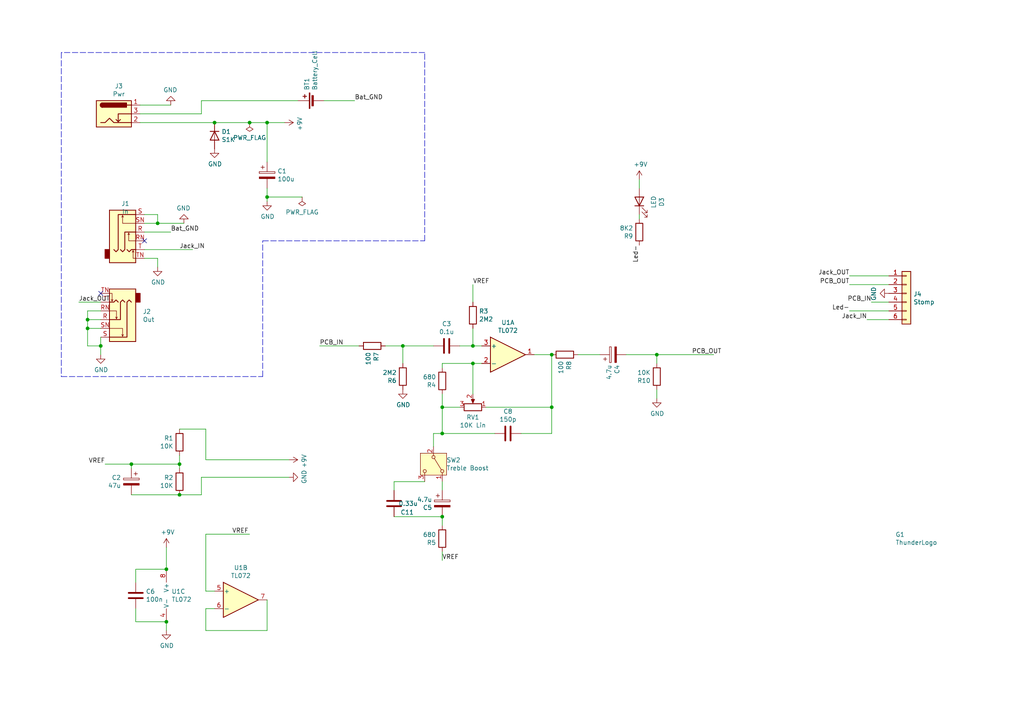
<source format=kicad_sch>
(kicad_sch (version 20231120) (generator "eeschema") (generator_version "8.0")
  (paper "A4")
  (title_block (title "Thunder Boost v0.9c") (rev "1") (company "Barbarach") (comment 1 "SMD Components"))
  (lib_symbols
    (symbol "Amplifier_Operational:TL072" (pin_names (offset 0.127))
      (property "Reference" "U" (at 0 5.08 0))
      (property "Value" "TL072" (at 0 -5.08 0))
      (symbol "TL072_1_1"
        (polyline (pts (xy -5.08 5.08) (xy 5.08 0) (xy -5.08 -5.08) (xy -5.08 5.08)) (stroke (width 0.254)) (fill (type background)))
        (pin output line (at 7.62 0 180) (length 2.54) (name "~") (number "1"))
        (pin input line (at -7.62 -2.54 0) (length 2.54) (name "-") (number "2"))
        (pin input line (at -7.62 2.54 0) (length 2.54) (name "+") (number "3"))
      )
      (symbol "TL072_2_1"
        (polyline (pts (xy -5.08 5.08) (xy 5.08 0) (xy -5.08 -5.08) (xy -5.08 5.08)) (stroke (width 0.254)) (fill (type background)))
        (pin input line (at -7.62 2.54 0) (length 2.54) (name "+") (number "5"))
        (pin input line (at -7.62 -2.54 0) (length 2.54) (name "-") (number "6"))
        (pin output line (at 7.62 0 180) (length 2.54) (name "~") (number "7"))
      )
      (symbol "TL072_3_1"
        (pin power_in line (at -2.54 -7.62 90) (length 3.81) (name "V-") (number "4"))
        (pin power_in line (at -2.54 7.62 270) (length 3.81) (name "V+") (number "8"))
      )
    )
    (symbol "BoostBoard-rescue:+9V-power" (power) (pin_names (offset 0))
      (property "Value" "power_+9V" (at 0 3.556 0))
      (symbol "+9V-power_0_1"
        (polyline (pts (xy -0.762 1.27) (xy 0 2.54)))
        (polyline (pts (xy 0 0) (xy 0 2.54)))
        (polyline (pts (xy 0 2.54) (xy 0.762 1.27)))
      )
      (symbol "+9V-power_1_1"
        (pin power_in line (at 0 0 90) (length 0) hide (name "+9V") (number "1"))
      )
    )
    (symbol "BoostBoard-rescue:AudioJack3_Switch-Connector"
      (property "Reference" "J" (at 0 11.43 0))
      (property "Value" "Connector_AudioJack3_Switch" (at 0 8.89 0))
      (symbol "AudioJack3_Switch-Connector_0_1"
        (rectangle (start -5.08 -5.08) (end -6.35 -7.62) (stroke (width 0.254)) (fill (type outline)))
        (polyline (pts (xy -1.27 4.826) (xy -1.016 4.318)))
        (polyline (pts (xy 0.508 -0.254) (xy 0.762 -0.762)))
        (polyline (pts (xy 1.778 -5.334) (xy 2.032 -5.842)))
        (polyline (pts (xy 0 -5.08) (xy 0.635 -5.715) (xy 1.27 -5.08) (xy 2.54 -5.08)) (stroke (width 0.254)))
        (polyline (pts (xy 2.54 -7.62) (xy 1.778 -7.62) (xy 1.778 -5.334) (xy 1.524 -5.842)))
        (polyline (pts (xy 2.54 -2.54) (xy 0.508 -2.54) (xy 0.508 -0.254) (xy 0.254 -0.762)))
        (polyline (pts (xy 2.54 2.54) (xy -1.27 2.54) (xy -1.27 4.826) (xy -1.524 4.318)))
        (polyline (pts (xy -1.905 -5.08) (xy -1.27 -5.715) (xy -0.635 -5.08) (xy -0.635 0) (xy 2.54 0)) (stroke (width 0.254)))
        (polyline (pts (xy 2.54 5.08) (xy -2.54 5.08) (xy -2.54 -5.08) (xy -3.175 -5.715) (xy -3.81 -5.08)) (stroke (width 0.254)))
        (rectangle (start 2.54 6.35) (end -5.08 -8.89) (stroke (width 0.254)) (fill (type background)))
      )
      (symbol "AudioJack3_Switch-Connector_1_1"
        (pin passive line (at 5.08 0 180) (length 2.54) (name "~") (number "R"))
        (pin passive line (at 5.08 -2.54 180) (length 2.54) (name "~") (number "RN"))
        (pin passive line (at 5.08 5.08 180) (length 2.54) (name "~") (number "S"))
        (pin passive line (at 5.08 2.54 180) (length 2.54) (name "~") (number "SN"))
        (pin passive line (at 5.08 -5.08 180) (length 2.54) (name "~") (number "T"))
        (pin passive line (at 5.08 -7.62 180) (length 2.54) (name "~") (number "TN"))
      )
    )
    (symbol "BoostBoard-rescue:CP-Device" (pin_numbers hide) (pin_names (offset 0.254))
      (property "Reference" "C" (at 0.635 2.54 0))
      (property "Value" "Device_CP" (at 0.635 -2.54 0))
      (symbol "CP-Device_0_1"
        (rectangle (start -2.286 0.508) (end 2.286 1.016))
        (polyline (pts (xy -1.778 2.286) (xy -0.762 2.286)))
        (polyline (pts (xy -1.27 2.794) (xy -1.27 1.778)))
        (rectangle (start 2.286 -0.508) (end -2.286 -1.016) (fill (type outline)))
      )
      (symbol "CP-Device_1_1"
        (pin passive line (at 0 3.81 270) (length 2.794) (name "~") (number "1"))
        (pin passive line (at 0 -3.81 90) (length 2.794) (name "~") (number "2"))
      )
    )
    (symbol "BoostBoard-rescue:GND-power" (power) (pin_names (offset 0))
      (property "Value" "power_GND" (at 0 -3.81 0))
      (symbol "GND-power_0_1"
        (polyline (pts (xy 0 0) (xy 0 -1.27) (xy 1.27 -1.27) (xy 0 -2.54) (xy -1.27 -1.27) (xy 0 -1.27)))
      )
      (symbol "GND-power_1_1"
        (pin power_in line (at 0 0 270) (length 0) hide (name "GND") (number "1"))
      )
    )
    (symbol "BoostBoard-rescue:PWR_FLAG-power" (power) (pin_numbers hide) (pin_names (offset 0) hide)
      (property "Value" "power_PWR_FLAG" (at 0 3.81 0))
      (symbol "PWR_FLAG-power_0_0"
        (pin power_out line (at 0 0 90) (length 0) (name "pwr") (number "1"))
      )
      (symbol "PWR_FLAG-power_0_1"
        (polyline (pts (xy 0 0) (xy 0 1.27) (xy -1.016 1.905) (xy 0 2.54) (xy 1.016 1.905) (xy 0 1.27)))
      )
    )
    (symbol "BoostBoard-rescue:R_POT-Device" (pin_names (offset 1.016) hide)
      (property "Reference" "RV" (at -4.445 0 90))
      (property "Value" "Device_R_POT" (at -2.54 0 90))
      (symbol "R_POT-Device_0_1"
        (polyline (pts (xy 2.54 0) (xy 1.524 0)))
        (polyline (pts (xy 1.143 0) (xy 2.286 0.508) (xy 2.286 -0.508) (xy 1.143 0)) (fill (type outline)))
        (rectangle (start 1.016 2.54) (end -1.016 -2.54) (stroke (width 0.254)))
      )
      (symbol "R_POT-Device_1_1"
        (pin passive line (at 0 3.81 270) (length 1.27) (name "1") (number "1"))
        (pin passive line (at 3.81 0 180) (length 1.27) (name "2") (number "2"))
        (pin passive line (at 0 -3.81 90) (length 1.27) (name "3") (number "3"))
      )
    )
    (symbol "BoostBoard-rescue:ThunderLogo-mysymbols" (pin_names (offset 1.016))
      (property "Reference" "G" (at 0 0 0))
      (property "Value" "mysymbols_ThunderLogo" (at 0 2.54 0))
    )
    (symbol "Connector:Barrel_Jack_Switch" (pin_names hide)
      (property "Reference" "J" (at 0 5.334 0))
      (property "Value" "Barrel_Jack_Switch" (at 0 -5.08 0))
      (symbol "Barrel_Jack_Switch_0_1"
        (rectangle (start -5.08 3.81) (end 5.08 -3.81) (stroke (width 0.254)) (fill (type background)))
        (arc (start -3.302 3.175) (mid -3.9343 2.54) (end -3.302 1.905) (stroke (width 0.254)))
        (arc (start -3.302 3.175) (mid -3.9343 2.54) (end -3.302 1.905) (stroke (width 0.254)) (fill (type outline)))
        (polyline (pts (xy 1.27 -2.286) (xy 1.905 -1.651)) (stroke (width 0.254)))
        (polyline (pts (xy 5.08 2.54) (xy 3.81 2.54)) (stroke (width 0.254)))
        (polyline (pts (xy 5.08 0) (xy 1.27 0) (xy 1.27 -2.286) (xy 0.635 -1.651)) (stroke (width 0.254)))
        (polyline (pts (xy -3.81 -2.54) (xy -2.54 -2.54) (xy -1.27 -1.27) (xy 0 -2.54) (xy 2.54 -2.54) (xy 5.08 -2.54)) (stroke (width 0.254)))
        (rectangle (start 3.683 3.175) (end -3.302 1.905) (stroke (width 0.254)) (fill (type outline)))
      )
      (symbol "Barrel_Jack_Switch_1_1"
        (pin passive line (at 7.62 2.54 180) (length 2.54) (name "~") (number "1"))
        (pin passive line (at 7.62 -2.54 180) (length 2.54) (name "~") (number "2"))
        (pin passive line (at 7.62 0 180) (length 2.54) (name "~") (number "3"))
      )
    )
    (symbol "Connector_Generic:Conn_01x06" (pin_names (offset 1.016) hide)
      (property "Reference" "J" (at 0 7.62 0))
      (property "Value" "Conn_01x06" (at 0 -10.16 0))
      (symbol "Conn_01x06_1_1"
        (rectangle (start -1.27 -7.493) (end 0 -7.747) (stroke (width 0.1524)))
        (rectangle (start -1.27 -4.953) (end 0 -5.207) (stroke (width 0.1524)))
        (rectangle (start -1.27 -2.413) (end 0 -2.667) (stroke (width 0.1524)))
        (rectangle (start -1.27 0.127) (end 0 -0.127) (stroke (width 0.1524)))
        (rectangle (start -1.27 2.667) (end 0 2.413) (stroke (width 0.1524)))
        (rectangle (start -1.27 5.207) (end 0 4.953) (stroke (width 0.1524)))
        (rectangle (start -1.27 6.35) (end 1.27 -8.89) (stroke (width 0.254)) (fill (type background)))
        (pin passive line (at -5.08 5.08 0) (length 3.81) (name "Pin_1") (number "1"))
        (pin passive line (at -5.08 2.54 0) (length 3.81) (name "Pin_2") (number "2"))
        (pin passive line (at -5.08 0 0) (length 3.81) (name "Pin_3") (number "3"))
        (pin passive line (at -5.08 -2.54 0) (length 3.81) (name "Pin_4") (number "4"))
        (pin passive line (at -5.08 -5.08 0) (length 3.81) (name "Pin_5") (number "5"))
        (pin passive line (at -5.08 -7.62 0) (length 3.81) (name "Pin_6") (number "6"))
      )
    )
    (symbol "Device:Battery_Cell" (pin_numbers hide) (pin_names (offset 0) hide)
      (property "Reference" "BT" (at 2.54 2.54 0))
      (property "Value" "Battery_Cell" (at 2.54 0 0))
      (symbol "Battery_Cell_0_1"
        (rectangle (start -2.286 1.778) (end 2.286 1.524) (fill (type outline)))
        (rectangle (start -1.524 1.016) (end 1.524 0.508) (fill (type outline)))
        (polyline (pts (xy 0 0.762) (xy 0 0)))
        (polyline (pts (xy 0 1.778) (xy 0 2.54)))
        (polyline (pts (xy 0.762 3.048) (xy 1.778 3.048)) (stroke (width 0.254)))
        (polyline (pts (xy 1.27 3.556) (xy 1.27 2.54)) (stroke (width 0.254)))
      )
      (symbol "Battery_Cell_1_1"
        (pin passive line (at 0 5.08 270) (length 2.54) (name "+") (number "1"))
        (pin passive line (at 0 -2.54 90) (length 2.54) (name "-") (number "2"))
      )
    )
    (symbol "Device:C" (pin_numbers hide) (pin_names (offset 0.254))
      (property "Reference" "C" (at 0.635 2.54 0))
      (property "Value" "C" (at 0.635 -2.54 0))
      (symbol "C_0_1"
        (polyline (pts (xy -2.032 -0.762) (xy 2.032 -0.762)) (stroke (width 0.508)))
        (polyline (pts (xy -2.032 0.762) (xy 2.032 0.762)) (stroke (width 0.508)))
      )
      (symbol "C_1_1"
        (pin passive line (at 0 3.81 270) (length 2.794) (name "~") (number "1"))
        (pin passive line (at 0 -3.81 90) (length 2.794) (name "~") (number "2"))
      )
    )
    (symbol "Device:D" (pin_numbers hide) (pin_names (offset 1.016) hide)
      (property "Reference" "D" (at 0 2.54 0))
      (property "Value" "D" (at 0 -2.54 0))
      (symbol "D_0_1"
        (polyline (pts (xy -1.27 1.27) (xy -1.27 -1.27)) (stroke (width 0.254)))
        (polyline (pts (xy 1.27 0) (xy -1.27 0)))
        (polyline (pts (xy 1.27 1.27) (xy 1.27 -1.27) (xy -1.27 0) (xy 1.27 1.27)) (stroke (width 0.254)))
      )
      (symbol "D_1_1"
        (pin passive line (at -3.81 0 0) (length 2.54) (name "K") (number "1"))
        (pin passive line (at 3.81 0 180) (length 2.54) (name "A") (number "2"))
      )
    )
    (symbol "Device:LED" (pin_numbers hide) (pin_names (offset 1.016) hide)
      (property "Reference" "D" (at 0 2.54 0))
      (property "Value" "LED" (at 0 -2.54 0))
      (symbol "LED_0_1"
        (polyline (pts (xy -1.27 -1.27) (xy -1.27 1.27)) (stroke (width 0.254)))
        (polyline (pts (xy -1.27 0) (xy 1.27 0)))
        (polyline (pts (xy 1.27 -1.27) (xy 1.27 1.27) (xy -1.27 0) (xy 1.27 -1.27)) (stroke (width 0.254)))
        (polyline (pts (xy -3.048 -0.762) (xy -4.572 -2.286) (xy -3.81 -2.286) (xy -4.572 -2.286) (xy -4.572 -1.524)))
        (polyline (pts (xy -1.778 -0.762) (xy -3.302 -2.286) (xy -2.54 -2.286) (xy -3.302 -2.286) (xy -3.302 -1.524)))
      )
      (symbol "LED_1_1"
        (pin passive line (at -3.81 0 0) (length 2.54) (name "K") (number "1"))
        (pin passive line (at 3.81 0 180) (length 2.54) (name "A") (number "2"))
      )
    )
    (symbol "Device:R" (pin_numbers hide) (pin_names (offset 0))
      (property "Reference" "R" (at 2.032 0 90))
      (property "Value" "R" (at 0 0 90))
      (symbol "R_0_1"
        (rectangle (start -1.016 -2.54) (end 1.016 2.54) (stroke (width 0.254)))
      )
      (symbol "R_1_1"
        (pin passive line (at 0 3.81 270) (length 1.27) (name "~") (number "1"))
        (pin passive line (at 0 -3.81 90) (length 1.27) (name "~") (number "2"))
      )
    )
    (symbol "Switch:SW_SPDT" (pin_names (offset 0) hide)
      (property "Reference" "SW" (at 0 5.08 0))
      (property "Value" "SW_SPDT" (at 0 -5.08 0))
      (symbol "SW_SPDT_0_1"
        (circle (center -2.032 0) (radius 0.4572))
        (polyline (pts (xy -1.651 0.254) (xy 1.651 2.286)))
        (circle (center 2.032 -2.54) (radius 0.4572))
        (circle (center 2.032 2.54) (radius 0.4572))
      )
      (symbol "SW_SPDT_1_1"
        (rectangle (start -3.175 3.81) (end 3.175 -3.81) (fill (type background)))
        (pin passive line (at 5.08 2.54 180) (length 2.54) (name "A") (number "1"))
        (pin passive line (at -5.08 0 0) (length 2.54) (name "B") (number "2"))
        (pin passive line (at 5.08 -2.54 180) (length 2.54) (name "C") (number "3"))
      )
    )
  )
  (junction (at 77.47 35.56))
  (junction (at 38.1 134.62))
  (junction (at 52.07 134.62))
  (junction (at 77.47 57.15))
  (junction (at 72.39 35.56))
  (junction (at 128.27 125.73))
  (junction (at 45.72 64.77))
  (junction (at 25.4 92.71))
  (junction (at 116.84 100.33))
  (junction (at 48.26 180.34))
  (junction (at 128.27 149.86))
  (junction (at 160.02 102.87))
  (junction (at 160.02 118.11))
  (junction (at 190.5 102.87))
  (junction (at 62.23 35.56))
  (junction (at 52.07 143.51))
  (junction (at 48.26 165.1))
  (junction (at 137.16 100.33))
  (junction (at 29.21 100.33))
  (junction (at 137.16 105.41))
  (junction (at 128.27 118.11))
  (junction (at 25.4 95.25))
  (no_connect (at 41.91 69.85))
  (no_connect (at 29.21 85.09))
  (wire (pts (xy 167.64 102.87) (xy 173.99 102.87)))
  (wire (pts (xy 104.14 100.33) (xy 92.71 100.33)))
  (wire (pts (xy 128.27 118.11) (xy 128.27 114.3)))
  (wire (pts (xy 40.64 30.48) (xy 49.53 30.48)))
  (wire (pts (xy 58.42 29.21) (xy 86.36 29.21)))
  (wire (pts (xy 77.47 35.56) (xy 77.47 46.99)))
  (wire (pts (xy 59.69 124.46) (xy 59.69 133.35)))
  (wire (pts (xy 133.35 100.33) (xy 137.16 100.33)))
  (wire (pts (xy 77.47 57.15) (xy 87.63 57.15)))
  (wire (pts (xy 181.61 102.87) (xy 190.5 102.87)))
  (wire (pts (xy 77.47 54.61) (xy 77.47 57.15)))
  (wire (pts (xy 190.5 115.57) (xy 190.5 113.03)))
  (wire (pts (xy 246.38 82.55) (xy 257.81 82.55)))
  (wire (pts (xy 160.02 125.73) (xy 160.02 118.11)))
  (wire (pts (xy 257.81 80.01) (xy 246.38 80.01)))
  (wire (pts (xy 116.84 100.33) (xy 116.84 105.41)))
  (wire (pts (xy 29.21 90.17) (xy 25.4 90.17)))
  (polyline (pts (xy 76.2 69.85) (xy 123.19 69.85)) (stroke (width 0) (type dash)))
  (wire (pts (xy 137.16 100.33) (xy 137.16 95.25)))
  (wire (pts (xy 190.5 105.41) (xy 190.5 102.87)))
  (wire (pts (xy 137.16 82.55) (xy 137.16 87.63)))
  (wire (pts (xy 133.35 118.11) (xy 128.27 118.11)))
  (wire (pts (xy 29.21 92.71) (xy 25.4 92.71)))
  (wire (pts (xy 59.69 182.88) (xy 77.47 182.88)))
  (wire (pts (xy 251.46 92.71) (xy 257.81 92.71)))
  (wire (pts (xy 38.1 143.51) (xy 52.07 143.51)))
  (wire (pts (xy 59.69 176.53) (xy 59.69 182.88)))
  (wire (pts (xy 40.64 35.56) (xy 62.23 35.56)))
  (wire (pts (xy 41.91 64.77) (xy 45.72 64.77)))
  (wire (pts (xy 128.27 118.11) (xy 128.27 125.73)))
  (wire (pts (xy 62.23 35.56) (xy 72.39 35.56)))
  (wire (pts (xy 39.37 165.1) (xy 48.26 165.1)))
  (wire (pts (xy 38.1 134.62) (xy 38.1 135.89)))
  (wire (pts (xy 58.42 143.51) (xy 52.07 143.51)))
  (wire (pts (xy 41.91 72.39) (xy 55.88 72.39)))
  (wire (pts (xy 185.42 62.23) (xy 185.42 63.5)))
  (wire (pts (xy 128.27 149.86) (xy 128.27 152.4)))
  (wire (pts (xy 59.69 133.35) (xy 83.82 133.35)))
  (wire (pts (xy 123.19 139.7) (xy 114.3 139.7)))
  (wire (pts (xy 52.07 134.62) (xy 52.07 135.89)))
  (wire (pts (xy 77.47 57.15) (xy 77.47 58.42)))
  (wire (pts (xy 72.39 35.56) (xy 77.47 35.56)))
  (wire (pts (xy 29.21 97.79) (xy 29.21 100.33)))
  (wire (pts (xy 39.37 165.1) (xy 39.37 168.91)))
  (wire (pts (xy 39.37 180.34) (xy 48.26 180.34)))
  (wire (pts (xy 45.72 74.93) (xy 45.72 77.47)))
  (wire (pts (xy 25.4 90.17) (xy 25.4 92.71)))
  (wire (pts (xy 22.86 87.63) (xy 29.21 87.63)))
  (wire (pts (xy 58.42 138.43) (xy 83.82 138.43)))
  (wire (pts (xy 30.48 134.62) (xy 38.1 134.62)))
  (wire (pts (xy 62.23 176.53) (xy 59.69 176.53)))
  (wire (pts (xy 143.51 125.73) (xy 128.27 125.73)))
  (wire (pts (xy 25.4 92.71) (xy 25.4 95.25)))
  (wire (pts (xy 185.42 52.07) (xy 185.42 54.61)))
  (wire (pts (xy 137.16 105.41) (xy 137.16 114.3)))
  (wire (pts (xy 39.37 180.34) (xy 39.37 176.53)))
  (wire (pts (xy 41.91 62.23) (xy 45.72 62.23)))
  (wire (pts (xy 137.16 105.41) (xy 139.7 105.41)))
  (wire (pts (xy 114.3 149.86) (xy 128.27 149.86)))
  (wire (pts (xy 77.47 182.88) (xy 77.47 173.99)))
  (wire (pts (xy 246.38 90.17) (xy 257.81 90.17)))
  (wire (pts (xy 151.13 125.73) (xy 160.02 125.73)))
  (polyline (pts (xy 17.78 109.22) (xy 76.2 109.22)) (stroke (width 0) (type dash)))
  (wire (pts (xy 116.84 100.33) (xy 125.73 100.33)))
  (wire (pts (xy 45.72 62.23) (xy 45.72 64.77)))
  (wire (pts (xy 77.47 35.56) (xy 82.55 35.56)))
  (wire (pts (xy 59.69 124.46) (xy 52.07 124.46)))
  (wire (pts (xy 160.02 102.87) (xy 160.02 118.11)))
  (wire (pts (xy 58.42 143.51) (xy 58.42 138.43)))
  (wire (pts (xy 190.5 102.87) (xy 207.01 102.87)))
  (wire (pts (xy 52.07 134.62) (xy 38.1 134.62)))
  (wire (pts (xy 45.72 64.77) (xy 53.34 64.77)))
  (wire (pts (xy 29.21 100.33) (xy 29.21 102.87)))
  (wire (pts (xy 137.16 100.33) (xy 139.7 100.33)))
  (wire (pts (xy 62.23 171.45) (xy 59.69 171.45)))
  (polyline (pts (xy 123.19 15.24) (xy 17.78 15.24)) (stroke (width 0) (type dash)))
  (wire (pts (xy 41.91 67.31) (xy 49.53 67.31)))
  (wire (pts (xy 41.91 74.93) (xy 45.72 74.93)))
  (wire (pts (xy 125.73 125.73) (xy 125.73 129.54)))
  (wire (pts (xy 48.26 180.34) (xy 48.26 182.88)))
  (wire (pts (xy 25.4 100.33) (xy 29.21 100.33)))
  (wire (pts (xy 128.27 139.7) (xy 128.27 142.24)))
  (wire (pts (xy 128.27 125.73) (xy 125.73 125.73)))
  (polyline (pts (xy 123.19 69.85) (xy 123.19 15.24)) (stroke (width 0) (type dash)))
  (wire (pts (xy 154.94 102.87) (xy 160.02 102.87)))
  (wire (pts (xy 59.69 154.94) (xy 72.39 154.94)))
  (wire (pts (xy 52.07 132.08) (xy 52.07 134.62)))
  (wire (pts (xy 128.27 160.02) (xy 128.27 162.56)))
  (wire (pts (xy 93.98 29.21) (xy 102.87 29.21)))
  (wire (pts (xy 40.64 33.02) (xy 58.42 33.02)))
  (wire (pts (xy 140.97 118.11) (xy 160.02 118.11)))
  (wire (pts (xy 48.26 165.1) (xy 48.26 158.75)))
  (polyline (pts (xy 76.2 109.22) (xy 76.2 69.85)) (stroke (width 0) (type dash)))
  (wire (pts (xy 59.69 154.94) (xy 59.69 171.45)))
  (wire (pts (xy 111.76 100.33) (xy 116.84 100.33)))
  (polyline (pts (xy 17.78 15.24) (xy 17.78 109.22)) (stroke (width 0) (type dash)))
  (wire (pts (xy 128.27 105.41) (xy 137.16 105.41)))
  (wire (pts (xy 128.27 106.68) (xy 128.27 105.41)))
  (wire (pts (xy 114.3 139.7) (xy 114.3 142.24)))
  (wire (pts (xy 29.21 95.25) (xy 25.4 95.25)))
  (wire (pts (xy 58.42 33.02) (xy 58.42 29.21)))
  (wire (pts (xy 257.81 87.63) (xy 252.73 87.63)))
  (wire (pts (xy 25.4 95.25) (xy 25.4 100.33)))
  (label "Jack_OUT" (at 246.38 80.01 180))
  (label "Bat_GND" (at 49.53 67.31 0))
  (label "VREF" (at 67.31 154.94 0))
  (label "VREF" (at 128.27 162.56 0))
  (label "Jack_IN" (at 251.46 92.71 180))
  (label "PCB_IN" (at 252.73 87.63 180))
  (label "Led-" (at 185.42 71.12 270))
  (label "Jack_OUT" (at 22.86 87.63 0))
  (label "PCB_OUT" (at 200.66 102.87 0))
  (label "VREF" (at 30.48 134.62 180))
  (label "PCB_IN" (at 92.71 100.33 0))
  (label "Jack_IN" (at 52.07 72.39 0))
  (label "Bat_GND" (at 102.87 29.21 0))
  (label "PCB_OUT" (at 246.38 82.55 180))
  (label "VREF" (at 137.16 82.55 0))
  (label "Led-" (at 246.38 90.17 180))
  (symbol (lib_id "Device:C") (at 129.54 100.33 90) (unit 1)
    (property "Reference" "C3" (at 129.54 93.9292 90))
    (property "Value" "0.1u" (at 129.54 96.2406 90))
    (property "Footprint" "Capacitor_SMD:C_1210_3225Metric" (effects (hide yes)))
    (property "mpn" "CGA5L2C0G1H104J160AA" (effects (hide yes)))
    (property "manufacturer" "TDK" (effects (hide yes)))
    (property "AISLER_MPN" "CGA5L2C0G1H104J160AA" (effects (hide yes)))
  )
  (symbol (lib_id "BoostBoard-rescue:CP-Device") (at 128.27 146.05 0) (unit 1)
    (property "Reference" "C5" (at 125.349 147.2184 0) (effects (justify right)))
    (property "Value" "4.7u" (at 125.349 144.907 0) (effects (justify right)))
    (property "Footprint" "Capacitor_SMD:CP_Elec_4x5.4" (effects (hide yes)))
    (property "mpn" "865230440001" (effects (hide yes)))
    (property "manufacturer" "Wurth" (effects (hide yes)))
    (property "AISLER_MPN" "865230440001" (effects (hide yes)))
  )
  (symbol (lib_id "Device:C") (at 39.37 172.72 0) (unit 1)
    (property "Reference" "C6" (at 42.291 171.5516 0) (effects (justify left)))
    (property "Value" "100n" (at 42.291 173.863 0) (effects (justify left)))
    (property "Footprint" "Capacitor_SMD:C_0805_2012Metric" (effects (hide yes)))
    (property "mpn" "885012207016" (effects (hide yes)))
    (property "manufacturer" "Wurth" (effects (hide yes)))
    (property "AISLER_MPN" "885012207016" (effects (hide yes)))
  )
  (symbol (lib_id "BoostBoard-rescue:CP-Device") (at 77.47 50.8 0) (unit 1)
    (property "Reference" "C1" (at 80.4672 49.6316 0) (effects (justify left)))
    (property "Value" "100u" (at 80.4672 51.943 0) (effects (justify left)))
    (property "Footprint" "Capacitor_SMD:CP_Elec_6.3x7.7" (effects (hide yes)))
    (property "mpn" "865080445010" (effects (hide yes)))
    (property "manufacturer" "Wurth" (effects (hide yes)))
    (property "AISLER_MPN" "865080445010" (effects (hide yes)))
  )
  (symbol (lib_id "BoostBoard-rescue:CP-Device") (at 38.1 139.7 0) (mirror y) (unit 1)
    (property "Reference" "C2" (at 35.1028 138.5316 0) (effects (justify left)))
    (property "Value" "47u" (at 35.1028 140.843 0) (effects (justify left)))
    (property "Footprint" "Capacitor_SMD:CP_Elec_6.3x5.4" (effects (hide yes)))
    (property "mpn" "865230243003" (effects (hide yes)))
    (property "manufacturer" "Wurth" (effects (hide yes)))
    (property "AISLER_MPN" "865230243003" (effects (hide yes)))
  )
  (symbol (lib_id "Device:Battery_Cell") (at 91.44 29.21 90) (unit 1)
    (property "Reference" "BT1" (at 89.0016 26.2128 0) (effects (justify left)))
    (property "Value" "Battery_Cell" (at 91.313 26.2128 0) (effects (justify left)))
    (property "Footprint" "MyLibraries:Conn_9V_Battery_Rotated" (effects (hide yes)))
    (property "manufacturer" "Multicomp" (effects (hide yes)))
    (property "mpn" "440005P" (effects (hide yes)))
  )
  (symbol (lib_id "Connector:Barrel_Jack_Switch") (at 33.02 33.02 0) (unit 1)
    (property "Reference" "J3" (at 34.4678 24.9682 0))
    (property "Value" "Pwr" (at 34.4678 27.2796 0))
    (property "Footprint" "MyLibraries:DC_Barrel_Jack_Wurth_694106301002" (effects (hide yes)))
    (property "AISLER_MPN" "694106301002" (effects (hide yes)))
    (property "manufacturer" "Wurth" (effects (hide yes)))
    (property "mpn" "694106301002" (effects (hide yes)))
  )
  (symbol (lib_id "BoostBoard-rescue:AudioJack3_Switch-Connector") (at 34.29 92.71 180) (unit 1)
    (property "Reference" "J2" (at 41.402 90.3732 0) (effects (justify right)))
    (property "Value" "Out" (at 41.402 92.6846 0) (effects (justify right)))
    (property "Footprint" "MyLibraries:Jack_6.35mm_Neutrik_NRJ6HM-1_Horizontal" (effects (hide yes)))
    (property "mpn" "NRJ6HM-1-PRE" (effects (hide yes)))
    (property "manufacturer" "Neutrik" (effects (hide yes)))
    (property "manf#alt" "NRJ6HF - Neutrik" (effects (hide yes)))
  )
  (symbol (lib_id "BoostBoard-rescue:GND-power") (at 77.47 58.42 0) (unit 1)
    (property "Reference" "#PWR0101" (effects (hide yes)))
    (property "Value" "GND" (at 77.597 62.8142 0))
  )
  (symbol (lib_id "BoostBoard-rescue:+9V-power") (at 82.55 35.56 270) (unit 1)
    (property "Reference" "#PWR0102" (effects (hide yes)))
    (property "Value" "+9V" (at 86.9442 35.941 0))
  )
  (symbol (lib_id "Device:D") (at 62.23 39.37 270) (unit 1)
    (property "Reference" "D1" (at 64.262 38.2016 90) (effects (justify left)))
    (property "Value" "S1K" (at 64.262 40.513 90) (effects (justify left)))
    (property "Footprint" "Diode_SMD:D_SMA" (effects (hide yes)))
    (property "mpn" "S1K-13-F" (effects (hide yes)))
    (property "manufacturer" "Diodes" (effects (hide yes)))
    (property "AISLER_MPN" "S1K-13-F" (effects (hide yes)))
  )
  (symbol (lib_id "BoostBoard-rescue:GND-power") (at 49.53 30.48 180) (unit 1)
    (property "Reference" "#PWR0103" (effects (hide yes)))
    (property "Value" "GND" (at 49.403 26.0858 0))
  )
  (symbol (lib_id "Device:R") (at 52.07 128.27 0) (mirror y) (unit 1)
    (property "Reference" "R1" (at 50.292 127.1016 0) (effects (justify left)))
    (property "Value" "10K" (at 50.292 129.413 0) (effects (justify left)))
    (property "Footprint" "Resistor_SMD:R_0805_2012Metric" (effects (hide yes)))
    (property "AISLER_MPN" "10K 0805 1% 0.1W" (effects (hide yes)))
  )
  (symbol (lib_id "Device:R") (at 52.07 139.7 0) (mirror y) (unit 1)
    (property "Reference" "R2" (at 50.292 138.5316 0) (effects (justify left)))
    (property "Value" "10K" (at 50.292 140.843 0) (effects (justify left)))
    (property "Footprint" "Resistor_SMD:R_0805_2012Metric" (effects (hide yes)))
    (property "AISLER_MPN" "10K 0805 1% 0.1W" (effects (hide yes)))
  )
  (symbol (lib_id "BoostBoard-rescue:GND-power") (at 53.34 64.77 180) (unit 1)
    (property "Reference" "#PWR0104" (effects (hide yes)))
    (property "Value" "GND" (at 53.213 60.3758 0))
  )
  (symbol (lib_id "BoostBoard-rescue:AudioJack3_Switch-Connector") (at 36.83 67.31 0) (unit 1)
    (property "Reference" "J1" (at 36.3728 59.055 0))
    (property "Value" "In" (at 36.3728 61.3664 0))
    (property "Footprint" "MyLibraries:Jack_6.35mm_Neutrik_NRJ6HM-1_Horizontal" (effects (hide yes)))
    (property "mpn" "NRJ6HM-1-PRE" (effects (hide yes)))
    (property "manufacturer" "Neutrik" (effects (hide yes)))
    (property "manf#alt" "NRJ6HF - Neutrik" (effects (hide yes)))
  )
  (symbol (lib_id "BoostBoard-rescue:GND-power") (at 29.21 102.87 0) (unit 1)
    (property "Reference" "#PWR0105" (effects (hide yes)))
    (property "Value" "GND" (at 29.337 107.2642 0))
  )
  (symbol (lib_id "Device:R") (at 128.27 156.21 180) (unit 1)
    (property "Reference" "R5" (at 126.492 157.3784 0) (effects (justify left)))
    (property "Value" "680" (at 126.492 155.067 0) (effects (justify left)))
    (property "Footprint" "Resistor_SMD:R_0805_2012Metric" (effects (hide yes)))
    (property "AISLER_MPN" "680 0805 1% 0.1W" (effects (hide yes)))
  )
  (symbol (lib_id "Device:R") (at 128.27 110.49 0) (unit 1)
    (property "Reference" "R4" (at 126.492 111.6584 0) (effects (justify right)))
    (property "Value" "680" (at 126.492 109.347 0) (effects (justify right)))
    (property "Footprint" "Resistor_SMD:R_0805_2012Metric" (effects (hide yes)))
    (property "AISLER_MPN" "680 0805 1% 0.1W" (effects (hide yes)))
  )
  (symbol (lib_id "Device:R") (at 137.16 91.44 0) (unit 1)
    (property "Reference" "R3" (at 138.938 90.2716 0) (effects (justify left)))
    (property "Value" "2M2" (at 138.938 92.583 0) (effects (justify left)))
    (property "Footprint" "Resistor_SMD:R_0805_2012Metric" (effects (hide yes)))
    (property "AISLER_MPN" "2.2M 0805 1% 0.1W" (effects (hide yes)))
  )
  (symbol (lib_id "BoostBoard-rescue:R_POT-Device") (at 137.16 118.11 270) (mirror x) (unit 1)
    (property "Reference" "RV1" (at 137.16 121.031 90))
    (property "Value" "10K Lin" (at 137.16 123.3424 90))
    (property "Footprint" "MyLibraries:Taiwan_Alpha_RV16AF-41" (effects (hide yes)))
    (property "mpn" "RK09L1140A66" (effects (hide yes)))
    (property "manufacturer" "Alps Alpine" (effects (hide yes)))
  )
  (symbol (lib_id "Amplifier_Operational:TL072") (at 147.32 102.87 0) (unit 1)
    (property "Reference" "U1" (at 147.32 93.5482 0))
    (property "Value" "TL072" (at 147.32 95.8596 0))
    (property "Footprint" "MyLibraries:TL072CDT-SO-8" (effects (hide yes)))
    (property "Datasheet" "http://www.ti.com/lit/ds/symlink/tl071.pdf" (effects (hide yes)))
    (property "mpn" "TL072CD" (effects (hide yes)))
    (property "manufacturer" "Texas Instruments" (effects (hide yes)))
    (property "AISLER_MPN" "TL072CD" (effects (hide yes)))
  )
  (symbol (lib_id "Amplifier_Operational:TL072") (at 69.85 173.99 0) (unit 2)
    (property "Reference" "U1" (at 69.85 164.6682 0))
    (property "Value" "TL072" (at 69.85 166.9796 0))
    (property "Footprint" "MyLibraries:TL072CDT-SO-8" (effects (hide yes)))
    (property "Datasheet" "http://www.ti.com/lit/ds/symlink/tl071.pdf" (effects (hide yes)))
    (property "mpn" "TL072CD" (effects (hide yes)))
    (property "manufacturer" "Texas Intstruments" (effects (hide yes)))
    (property "AISLER_MPN" "TL072CD" (effects (hide yes)))
  )
  (symbol (lib_id "Amplifier_Operational:TL072") (at 50.8 172.72 0) (unit 3)
    (property "Reference" "U1" (at 49.7332 171.5516 0) (effects (justify left)))
    (property "Value" "TL072" (at 49.7332 173.863 0) (effects (justify left)))
    (property "Footprint" "MyLibraries:TL072CDT-SO-8" (effects (hide yes)))
    (property "Datasheet" "http://www.ti.com/lit/ds/symlink/tl071.pdf" (effects (hide yes)))
    (property "mpn" "TL072CD" (effects (hide yes)))
    (property "manufacturer" "Texas Instruments" (effects (hide yes)))
    (property "AISLER_MPN" "TL072CD" (effects (hide yes)))
  )
  (symbol (lib_id "BoostBoard-rescue:PWR_FLAG-power") (at 72.39 35.56 180) (unit 1)
    (property "Reference" "#FLG0102" (effects (hide yes)))
    (property "Value" "PWR_FLAG" (at 72.39 39.9542 0))
  )
  (symbol (lib_id "BoostBoard-rescue:PWR_FLAG-power") (at 87.63 57.15 180) (unit 1)
    (property "Reference" "#FLG0103" (effects (hide yes)))
    (property "Value" "PWR_FLAG" (at 87.63 61.5442 0))
  )
  (symbol (lib_id "Device:R") (at 107.95 100.33 270) (unit 1)
    (property "Reference" "R7" (at 109.1184 102.108 0) (effects (justify left)))
    (property "Value" "100" (at 106.807 102.108 0) (effects (justify left)))
    (property "Footprint" "Resistor_SMD:R_0805_2012Metric" (effects (hide yes)))
    (property "AISLER_MPN" "100 0805 1% 0.1W" (effects (hide yes)))
  )
  (symbol (lib_id "Device:C") (at 147.32 125.73 90) (unit 1)
    (property "Reference" "C8" (at 147.32 119.3292 90))
    (property "Value" "150p" (at 147.32 121.6406 90))
    (property "Footprint" "Capacitor_SMD:C_0805_2012Metric" (effects (hide yes)))
    (property "mpn" "885012007035" (effects (hide yes)))
    (property "manufacturer" "Wurth" (effects (hide yes)))
    (property "AISLER_MPN" "885012007035" (effects (hide yes)))
  )
  (symbol (lib_id "BoostBoard-rescue:GND-power") (at 48.26 182.88 0) (unit 1)
    (property "Reference" "#PWR0106" (effects (hide yes)))
    (property "Value" "GND" (at 48.387 187.2742 0))
  )
  (symbol (lib_id "BoostBoard-rescue:GND-power") (at 83.82 138.43 90) (unit 1)
    (property "Reference" "#PWR0107" (effects (hide yes)))
    (property "Value" "GND" (at 88.2142 138.303 0))
  )
  (symbol (lib_id "BoostBoard-rescue:+9V-power") (at 83.82 133.35 270) (unit 1)
    (property "Reference" "#PWR0108" (effects (hide yes)))
    (property "Value" "+9V" (at 88.2142 133.731 0))
  )
  (symbol (lib_id "Device:R") (at 116.84 109.22 180) (unit 1)
    (property "Reference" "R6" (at 115.062 110.3884 0) (effects (justify left)))
    (property "Value" "2M2" (at 115.062 108.077 0) (effects (justify left)))
    (property "Footprint" "Resistor_SMD:R_0805_2012Metric" (effects (hide yes)))
    (property "AISLER_MPN" "2.2M 0805 1% 0.1W" (effects (hide yes)))
  )
  (symbol (lib_id "BoostBoard-rescue:GND-power") (at 116.84 113.03 0) (unit 1)
    (property "Reference" "#PWR0109" (effects (hide yes)))
    (property "Value" "GND" (at 116.967 117.4242 0))
  )
  (symbol (lib_id "Device:R") (at 185.42 67.31 180) (unit 1)
    (property "Reference" "R9" (at 183.642 68.4784 0) (effects (justify left)))
    (property "Value" "8K2" (at 183.642 66.167 0) (effects (justify left)))
    (property "Footprint" "Resistor_SMD:R_0805_2012Metric" (effects (hide yes)))
    (property "AISLER_MPN" "8.2K 0805 1% 0.1W" (effects (hide yes)))
  )
  (symbol (lib_id "Device:LED") (at 185.42 58.42 90) (unit 1)
    (property "Reference" "D3" (at 191.897 58.5978 0))
    (property "Value" "LED" (at 189.5856 58.5978 0))
    (property "Footprint" "LED_THT:LED_D3.0mm" (effects (hide yes)))
    (property "mpn" "L-53LID" (effects (hide yes)))
    (property "manufacturer" "Kingbright" (effects (hide yes)))
  )
  (symbol (lib_id "Device:R") (at 163.83 102.87 270) (unit 1)
    (property "Reference" "R8" (at 164.9984 104.648 0) (effects (justify left)))
    (property "Value" "100" (at 162.687 104.648 0) (effects (justify left)))
    (property "Footprint" "Resistor_SMD:R_0805_2012Metric" (effects (hide yes)))
    (property "AISLER_MPN" "100 0805 1% 0.1W" (effects (hide yes)))
  )
  (symbol (lib_id "Switch:SW_SPDT") (at 125.73 134.62 270) (unit 1)
    (property "Reference" "SW2" (at 129.4892 133.4516 90) (effects (justify left)))
    (property "Value" "Treble Boost" (at 129.4892 135.763 90) (effects (justify left)))
    (property "Footprint" "MyLibraries:CSS1210TB" (effects (hide yes)))
    (property "mpn" "CSS1210TB" (effects (hide yes)))
    (property "manufacturer" "Nidec Copal" (effects (hide yes)))
    (property "pos1" "Treble" (effects (hide yes)))
    (property "pos2" "Flat" (effects (hide yes)))
    (property "AISLER_MPN" "CSS1210TB" (effects (hide yes)))
  )
  (symbol (lib_id "Device:C") (at 114.3 146.05 0) (unit 1)
    (property "Reference" "C11" (at 118.11 148.59 0))
    (property "Value" "0.33u" (at 118.3894 146.05 0))
    (property "Footprint" "Capacitor_SMD:C_0805_2012Metric" (effects (hide yes)))
    (property "mpn" "C2012X7R1H334K125AA" (effects (hide yes)))
    (property "manufacturer" "TDK" (effects (hide yes)))
    (property "AISLER_MPN" "C2012X7R1H334K125AA" (effects (hide yes)))
  )
  (symbol (lib_id "BoostBoard-rescue:GND-power") (at 62.23 43.18 0) (unit 1)
    (property "Reference" "#PWR0111" (effects (hide yes)))
    (property "Value" "GND" (at 62.357 47.5742 0))
  )
  (symbol (lib_id "BoostBoard-rescue:GND-power") (at 257.81 85.09 270) (unit 1)
    (property "Reference" "#PWR0112" (effects (hide yes)))
    (property "Value" "GND" (at 253.4158 85.217 0))
  )
  (symbol (lib_id "BoostBoard-rescue:+9V-power") (at 185.42 52.07 0) (unit 1)
    (property "Reference" "#PWR0113" (effects (hide yes)))
    (property "Value" "+9V" (at 185.801 47.6758 0))
  )
  (symbol (lib_id "BoostBoard-rescue:+9V-power") (at 48.26 158.75 0) (unit 1)
    (property "Reference" "#PWR0114" (effects (hide yes)))
    (property "Value" "+9V" (at 48.641 154.3558 0))
  )
  (symbol (lib_id "BoostBoard-rescue:GND-power") (at 45.72 77.47 0) (unit 1)
    (property "Reference" "#PWR0115" (effects (hide yes)))
    (property "Value" "GND" (at 45.847 81.8642 0))
  )
  (symbol (lib_id "BoostBoard-rescue:ThunderLogo-mysymbols") (at 259.08 156.21 0) (unit 1)
    (property "Reference" "G1" (at 259.715 155.0416 0) (effects (justify left)))
    (property "Value" "ThunderLogo" (at 259.715 157.353 0) (effects (justify left)))
    (property "Footprint" "MyLibraries:ThunderImage" (effects (hide yes)))
  )
  (symbol (lib_id "Connector_Generic:Conn_01x06") (at 262.89 85.09 0) (unit 1)
    (property "Reference" "J4" (at 264.922 85.2932 0) (effects (justify left)))
    (property "Value" "Stomp" (at 264.922 87.6046 0) (effects (justify left)))
    (property "Footprint" "MyLibraries:RibbonCableTerminal_1x06_P2.54mm_ForFootSwitch" (effects (hide yes)))
  )
  (symbol (lib_id "Device:R") (at 190.5 109.22 180) (unit 1)
    (property "Reference" "R10" (at 188.722 110.3884 0) (effects (justify left)))
    (property "Value" "10K" (at 188.722 108.077 0) (effects (justify left)))
    (property "Footprint" "Resistor_SMD:R_0805_2012Metric" (effects (hide yes)))
    (property "AISLER_MPN" "10K 0805 1% 0.1W" (effects (hide yes)))
  )
  (symbol (lib_id "BoostBoard-rescue:GND-power") (at 190.5 115.57 0) (unit 1)
    (property "Reference" "#PWR0110" (effects (hide yes)))
    (property "Value" "GND" (at 190.627 119.9642 0))
  )
  (symbol (lib_id "BoostBoard-rescue:CP-Device") (at 177.8 102.87 90) (unit 1)
    (property "Reference" "C4" (at 178.9684 105.791 0) (effects (justify right)))
    (property "Value" "4.7u" (at 176.657 105.791 0) (effects (justify right)))
    (property "Footprint" "Capacitor_SMD:CP_Elec_4x5.4" (effects (hide yes)))
    (property "mpn" "865230440001" (effects (hide yes)))
    (property "manufacturer" "Wurth" (effects (hide yes)))
    (property "AISLER_MPN" "865230440001" (effects (hide yes)))
  )
)
</source>
